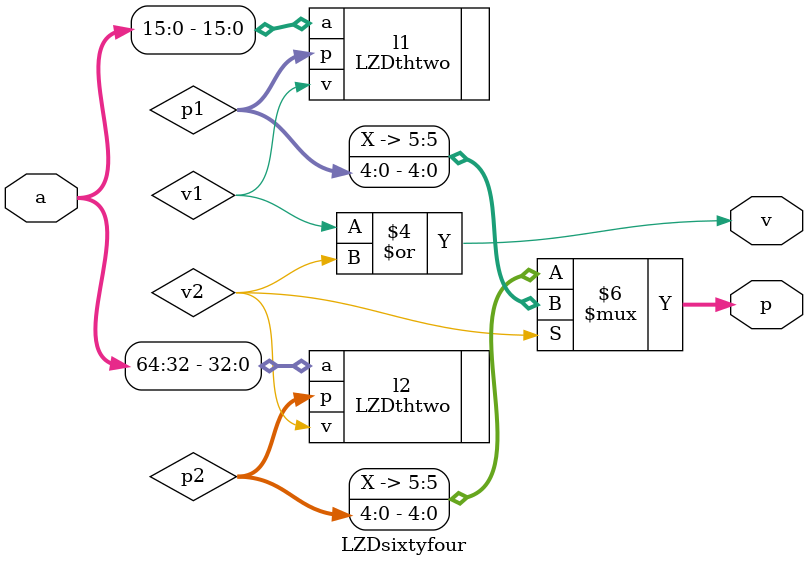
<source format=v>
`timescale 1ns / 1ps


module LZDsixtyfour(
    input [64:0] a,
    output reg [5:0] p,
    output reg v
    );
    
    wire [4:0] p2,p1;
                                                                                                                                                                                                               
            wire v2,v1;
            reg temp;
            
            LZDthtwo l2(
            .a(a[64:32]),
            .p(p2),
            .v(v2)
            );
            
            LZDthtwo l1(
              .a(a[15:0]),
              .p(p1),
              .v(v1)
            );
            
            always@(a)
                   begin
                   temp<=~v2;
                   if (v2==0)begin
                    p<= {{temp}, {p2}};
                    end
                    else begin
                   p<= {{temp}, {p1}};
                    end
                   v <= v1 | v2;
                   end
endmodule

</source>
